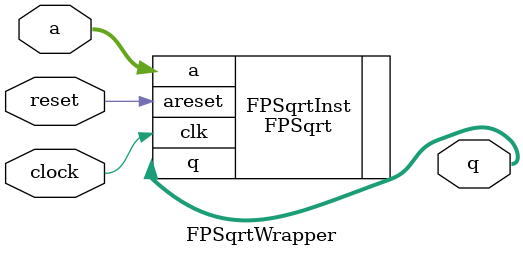
<source format=v>
module FPSqrtWrapper (
    input  clock,
    input  reset,
    input  wire [31:0] a,
    output wire [31:0] q
  );

  parameter LATENCY = 16;

  FPSqrt#(.LATENCY(LATENCY)) FPSqrtInst (
    .clk(clock)
  , .areset(reset)
  , .a(a)
  , .q(q)
  );
endmodule

</source>
